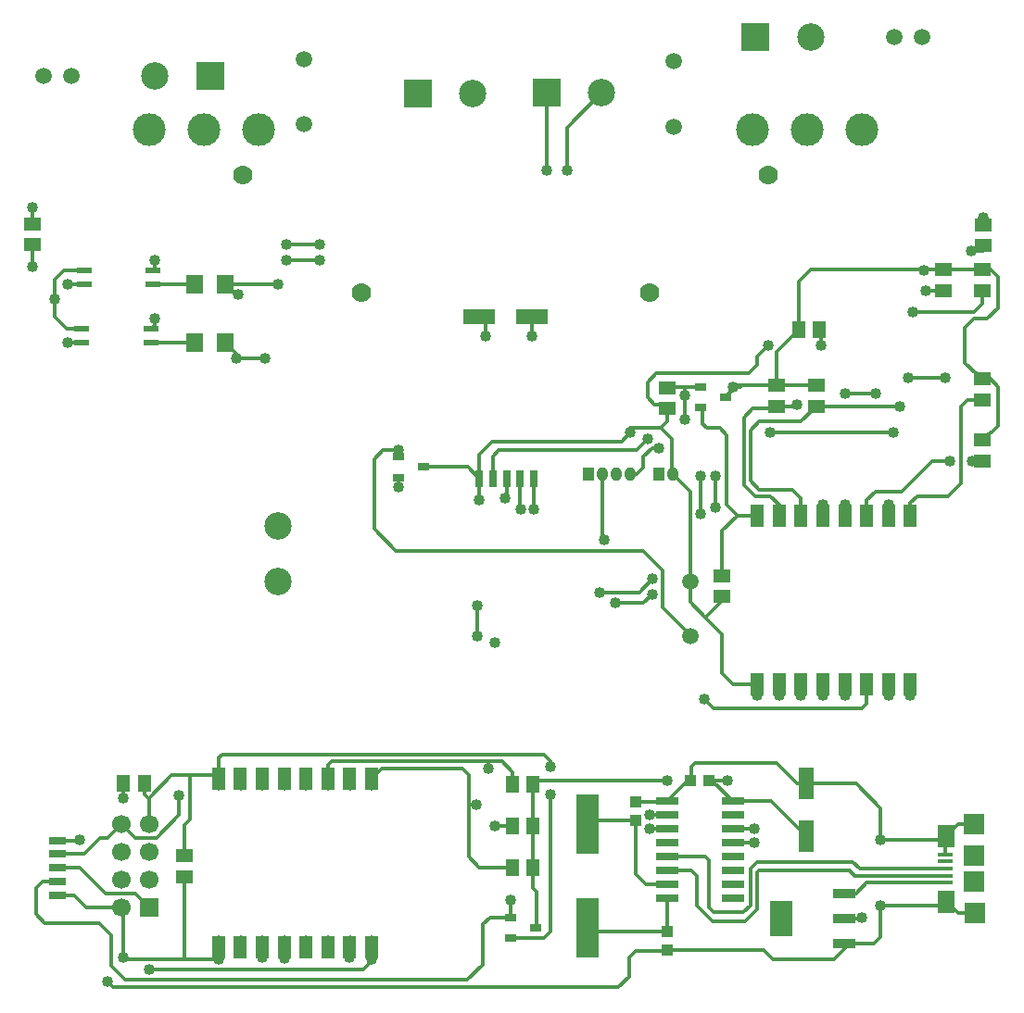
<source format=gtl>
G04 DipTrace 2.4.0.2*
%INTop.gtl*%
%MOMM*%
%ADD14C,0.33*%
%ADD19R,1.3X2.0*%
%ADD20R,2.5X2.5*%
%ADD21C,2.5*%
%ADD22C,1.5*%
%ADD23C,3.0*%
%ADD25R,1.05X0.65*%
%ADD27R,1.4X0.6*%
%ADD28R,1.5X1.3*%
%ADD29R,0.8X1.6*%
%ADD31R,2.85X1.4*%
%ADD32C,1.778*%
%ADD33C,1.778*%
%ADD34R,1.6X1.8*%
%ADD35R,1.0X1.3*%
%ADD36O,1.0X1.3*%
%ADD37R,1.3X1.5*%
%ADD38R,2.0X0.8*%
%ADD40R,1.35X0.4*%
%ADD41R,1.6X2.1*%
%ADD42R,1.9X1.9*%
%ADD43R,2.15X0.95*%
%ADD44R,2.15X3.25*%
%ADD45R,1.4X2.85*%
%ADD46R,1.1X1.0*%
%ADD47R,2.0X5.5*%
%ADD48R,1.0X1.1*%
%ADD49R,1.6X0.8*%
%ADD50R,1.7X1.7*%
%ADD51C,1.7*%
%ADD52C,1.016*%
%FSLAX53Y53*%
G04*
G71*
G90*
G75*
G01*
%LNTop*%
%LPD*%
X54200Y70440D2*
D14*
Y71640D1*
X53600Y72240D1*
X46200Y59440D2*
Y60040D1*
X72900Y43040D2*
Y43140D1*
X70400Y45640D1*
Y49040D1*
X68600Y50840D1*
X46000D1*
X44000Y52840D1*
Y59240D1*
X44800Y60040D1*
X46200D1*
X84400Y65940D2*
X80800D1*
X77500D1*
X77150D1*
X76100Y64890D1*
X80800Y65940D2*
Y69040D1*
X82800Y71040D1*
X96000Y76540D2*
X94259D1*
X83900D1*
X82800Y75440D1*
Y71040D1*
X96000Y76540D2*
X99600D1*
Y66540D2*
X100300D1*
X101000Y65840D1*
Y62240D1*
X100400Y61640D1*
X100300D1*
X99600Y60940D1*
Y76540D2*
X100300D1*
X101000Y75840D1*
Y73040D1*
X100000Y72040D1*
X98800D1*
X98000Y71240D1*
Y68040D1*
X99000Y67040D1*
X99100D1*
X99600Y66540D1*
X76800Y65840D2*
X77500D1*
Y65940D1*
X94259Y76514D2*
Y76540D1*
X74576Y29837D2*
X74860D1*
X76765Y27932D1*
X80291D1*
X83467Y24756D1*
X86960Y17213D2*
X88466D1*
X88547Y17294D1*
X74576Y29837D2*
X76322D1*
X58540Y29519D2*
Y25709D1*
Y21899D2*
Y19993D1*
X58858Y19676D1*
Y16426D1*
X58776Y16344D1*
X70765Y29837D2*
X58858D1*
X58540Y29519D1*
Y25709D2*
Y21899D1*
X72900Y48040D2*
Y46140D1*
X74293Y44747D1*
X75800Y43240D1*
Y39640D1*
X76800Y38640D1*
X79000D1*
X72900Y48040D2*
Y56210D1*
X71270Y57840D1*
X48500Y58490D2*
X52550D1*
X53600Y57440D1*
X58400Y70440D2*
Y72236D1*
X58404Y72240D1*
X67400Y61640D2*
Y62040D1*
X70200D1*
X71200Y61040D1*
Y57910D1*
X71270Y57840D1*
X53600Y57440D2*
Y59640D1*
X54800Y60840D1*
X66600D1*
X67400Y61640D1*
X70800Y63840D2*
Y62640D1*
X70200Y62040D1*
X79000Y37640D2*
Y38640D1*
X84800Y69640D2*
Y70940D1*
X84700Y71040D1*
X80000Y69640D2*
X79000Y68640D1*
Y67840D1*
X78200Y67040D1*
X69800D1*
X69000Y66240D1*
Y64840D1*
X69600Y64240D1*
X70400D1*
X70800Y63840D1*
X53600Y57440D2*
Y55440D1*
X53400Y43040D2*
Y45840D1*
X17500Y76510D2*
X15670D1*
X14800Y75640D1*
Y73840D1*
Y72240D1*
X15930Y71110D1*
X17300D1*
X14800Y73840D2*
D3*
X83467Y29560D2*
X82632D1*
X80768Y31425D1*
X73306D1*
X72988Y31107D1*
Y29949D1*
X72876Y29837D1*
X72671D1*
X70765Y27932D1*
X67907Y27885D2*
X70719D1*
X70765Y27932D1*
X29803Y13484D2*
Y14567D1*
X29775Y14596D1*
X96168Y23070D2*
Y24644D1*
X96291Y24767D1*
X98843Y25830D2*
X97354D1*
X96291Y24767D1*
X90294Y18406D2*
X95924D1*
X96291Y18773D1*
X90294Y24439D2*
X95963D1*
X96291Y24767D1*
X70765Y14324D2*
X79610D1*
X80450Y13484D1*
X86007D1*
X87436Y14913D1*
X86960D1*
X90294Y18406D2*
Y15548D1*
X89659Y14913D1*
X86960D1*
X98868Y17710D2*
X97354D1*
X96291Y18773D1*
X83467Y29560D2*
X88030D1*
X90294Y27297D1*
Y24439D1*
X29803Y13484D2*
X26700D1*
X21230D1*
X21071Y13643D1*
X19642Y11420D2*
X20119Y10944D1*
X66320D1*
X67272Y11896D1*
Y13643D1*
X67907Y14278D1*
X70719D1*
X70765Y14324D1*
X29800Y15140D2*
Y14621D1*
X15038Y19358D2*
X16626D1*
X17737Y18247D1*
X20913D1*
X21071Y13643D2*
Y18089D1*
X20913Y18247D1*
X75800Y46640D2*
Y46254D1*
X74293Y44747D1*
X26700Y21040D2*
Y13484D1*
X21100Y29540D2*
Y28240D1*
X93000Y37640D2*
Y38640D1*
X56100Y57440D2*
Y55740D1*
X56000Y55640D1*
X75200Y54840D2*
Y57640D1*
X92800Y66640D2*
X96200D1*
X73800Y65840D2*
X72400D1*
X70900D1*
X70800Y65740D1*
X54850Y57440D2*
Y59490D1*
X55400Y60040D1*
X68000D1*
X69000Y61040D1*
X72400Y65040D2*
Y65840D1*
Y62840D2*
Y65040D1*
X91000Y37640D2*
Y38640D1*
X57350Y57440D2*
Y54690D1*
X57400Y54640D1*
X93000Y54040D2*
Y55240D1*
X93600Y55840D1*
X96400D1*
X97600Y57040D1*
Y64040D1*
X98200Y64640D1*
X99600D1*
X98600Y59040D2*
X99600D1*
X89000Y54040D2*
Y55440D1*
X89800Y56240D1*
X92200D1*
X95000Y59040D1*
X96600D1*
X79000Y54040D2*
X77200D1*
X76200Y55040D1*
Y61440D1*
X75600Y62040D1*
X74400D1*
X74000Y62440D1*
Y63740D1*
X73800Y63940D1*
X75800Y48540D2*
Y52644D1*
X77198Y54042D1*
X12800Y78840D2*
Y76840D1*
X89000Y38640D2*
Y36840D1*
X88600Y36440D1*
X75000D1*
X74200Y37240D1*
X87000Y37640D2*
Y38640D1*
X98545Y78260D2*
X99656D1*
Y78736D1*
X24000Y72040D2*
Y71510D1*
X23600Y71110D1*
X24000Y77440D2*
Y76710D1*
X23800Y76510D1*
X30400Y75240D2*
X35200D1*
X39000Y78840D2*
X36000D1*
X31600Y74240D2*
X31400D1*
X30400Y75240D1*
X59800Y85640D2*
Y92696D1*
X59810Y92706D1*
X85000Y37640D2*
Y38640D1*
X96000Y74640D2*
X94400D1*
X58600Y57440D2*
Y54640D1*
X73800Y54240D2*
Y57640D1*
X83000Y37640D2*
Y38640D1*
X93200Y72640D2*
X98800D1*
X99600Y73440D1*
Y74640D1*
X12800Y80740D2*
Y82240D1*
X99656Y80636D2*
Y81276D1*
X39000Y77440D2*
X36000D1*
X31400Y68440D2*
Y68840D1*
X30400Y69840D1*
X34000Y68440D2*
X31400D1*
X61600Y85640D2*
Y89496D1*
X64810Y92706D1*
X23800Y75240D2*
X27600D1*
Y69840D2*
X23600D1*
X17500Y75240D2*
X16000D1*
X83000Y54040D2*
Y55640D1*
X82200Y56440D1*
X79200D1*
X78400Y57240D1*
Y61840D1*
X79200Y62640D1*
X83000D1*
X84400Y64040D1*
X64600Y47040D2*
X68200D1*
X69400Y48240D1*
X84400Y64040D2*
X92000D1*
X17300Y69840D2*
X16000D1*
X66000Y46040D2*
X68600D1*
X69400Y46840D1*
X81000Y54040D2*
Y55040D1*
X80200Y55840D1*
X78800D1*
X77800Y56840D1*
Y63040D1*
X78600Y63840D1*
X80600D1*
X80800Y64040D1*
X82400D1*
X82600Y64240D1*
X89800Y65240D2*
X87000D1*
X85000Y55040D2*
Y54040D1*
X87000Y55040D2*
Y54040D1*
X81000Y37640D2*
Y38640D1*
X64870Y57840D2*
Y51970D1*
X65000Y51840D1*
X91000Y55040D2*
Y54040D1*
X91400Y61640D2*
X80200D1*
X67410Y57840D2*
X68000D1*
X68600Y58440D1*
Y59440D1*
X69400Y60240D1*
X70000D1*
X46200Y57540D2*
Y56640D1*
X70765Y16024D2*
Y19042D1*
Y16024D2*
X63806D1*
X63462Y16368D1*
X67907Y26185D2*
X63780D1*
X63462Y25868D1*
X70765Y20312D2*
X68859D1*
X67907Y21264D1*
Y26185D1*
X86960Y19513D2*
X88067D1*
X89023Y20470D1*
X96168D1*
Y21120D2*
X87897D1*
X87436Y21581D1*
X79180D1*
X79021Y21422D1*
Y18088D1*
X77910Y16977D1*
X74893D1*
X73464Y18406D1*
Y21105D1*
X72988Y21581D1*
X70766D1*
X70765Y21582D1*
X96168Y21770D2*
X88359D1*
X87753Y22375D1*
X79021D1*
X78386Y21740D1*
Y18406D1*
X77751Y17771D1*
X75052D1*
X74576Y18247D1*
Y22534D1*
X74258Y22851D1*
X70766D1*
X70765Y22852D1*
X41700Y13640D2*
Y14521D1*
X41775Y14596D1*
X70765Y26662D2*
X69178D1*
X26200Y28440D2*
Y26710D1*
X24088Y24598D1*
X22182D1*
X20913Y25867D1*
X15038Y23108D2*
X17518D1*
X19007Y24598D1*
X19643D1*
X20913Y25867D1*
X41800Y15140D2*
Y14621D1*
X41775Y14596D1*
X43775Y13484D2*
Y14596D1*
X70765Y25392D2*
X69178D1*
X15038Y21858D2*
X17142D1*
X19484Y19517D1*
X22183D1*
X23453Y18247D1*
X43775Y13484D2*
Y13325D1*
X42981Y12531D1*
X23453D1*
X43800Y15140D2*
Y14621D1*
X43775Y14596D1*
X76765Y25392D2*
X78703D1*
X78704D1*
X56476Y18882D2*
Y17294D1*
X54571D1*
X53936Y16659D1*
Y13008D1*
X52507Y11579D1*
X21230D1*
X19960Y12849D1*
Y15707D1*
X18849Y16818D1*
X13927D1*
X13133Y17612D1*
Y19993D1*
X13748Y20608D1*
X15038D1*
X76765Y24122D2*
X78704Y24121D1*
X35800Y13540D2*
Y14571D1*
X35775Y14596D1*
X15038Y24358D2*
X17022D1*
X17102Y24439D1*
X35800Y15140D2*
Y14621D1*
X56476Y15394D2*
X59498D1*
X60128Y16024D1*
Y28567D1*
Y31107D2*
Y31583D1*
X59493Y32218D1*
X30121D1*
X29803Y31901D1*
Y30024D1*
X29775Y29996D1*
Y30313D1*
X27200D1*
X25517D1*
X23453Y28249D1*
Y28102D1*
Y25867D1*
X29800Y29440D2*
Y29971D1*
X26700Y22940D2*
Y25740D1*
X27200Y26240D1*
Y30313D1*
X23000Y29540D2*
Y28555D1*
X23453Y28102D1*
X43775Y29996D2*
X44728Y30948D1*
X52031D1*
X52666Y30313D1*
Y27614D1*
Y22851D1*
X53619Y21899D1*
X56640D1*
X53301Y27614D2*
X52666D1*
X43800Y29440D2*
Y29971D1*
X43775Y29996D1*
X56640Y25709D2*
X55047D1*
X33775Y14596D2*
Y13645D1*
X33773Y13643D1*
X33800Y15140D2*
Y14621D1*
X33775Y14596D1*
X39775Y29996D2*
Y31235D1*
X40123Y31583D1*
X54412D1*
X55682D1*
X56640Y30626D1*
Y29519D1*
X54412Y30948D2*
Y31583D1*
X39800Y29440D2*
Y29971D1*
X39775Y29996D1*
X33800Y29440D2*
Y29971D1*
X33775Y29996D1*
X35800Y29440D2*
Y29971D1*
X35775Y29996D1*
X31800Y29440D2*
Y29971D1*
X31775Y29996D1*
X41800Y29440D2*
Y29971D1*
X41775Y29996D1*
X37800Y29440D2*
Y29971D1*
X37775Y29996D1*
X31800Y15140D2*
Y14621D1*
X31775Y14596D1*
X37800Y15140D2*
Y14621D1*
X37775Y14596D1*
X39800Y15140D2*
Y14621D1*
X39775Y14596D1*
D52*
X19642Y11420D3*
X21071Y13643D3*
X70765Y29837D3*
X56476Y18882D3*
X60128Y28567D3*
Y31107D3*
X35800Y13540D3*
X41700Y13640D3*
X43775Y13484D3*
X29803D3*
X99656Y81276D3*
X94259Y76514D3*
X58400Y70440D3*
X67400Y61640D3*
X12800Y82240D3*
X74200Y37240D3*
X12800Y76840D3*
X16000Y75240D3*
Y69840D3*
X79000Y37640D3*
X81000D3*
X83000D3*
X85000D3*
X87000D3*
X91000D3*
X93000D3*
X46200Y60040D3*
X54200Y70440D3*
X35200Y75240D3*
X24000Y72040D3*
Y77440D3*
X85000Y55040D3*
X87000D3*
X96600Y59040D3*
X98600D3*
X91000Y55040D3*
X98545Y78260D3*
X93200Y72640D3*
X94400Y74640D3*
X91400Y61640D3*
X80200D3*
X70000Y60240D3*
X65000Y51840D3*
X82600Y64240D3*
X87000Y65240D3*
X69400Y46840D3*
X66000Y46040D3*
X64600Y47040D3*
X84800Y69640D3*
X80000D3*
X76800Y65840D3*
X58600Y54640D3*
X73800Y57640D3*
Y54240D3*
X57400Y54640D3*
X56000Y55640D3*
X46200Y56640D3*
X69000Y61040D3*
X72400Y65040D3*
Y62840D3*
X69400Y48240D3*
X92000Y64040D3*
X89800Y65240D3*
X75200Y54840D3*
Y57640D3*
X92800Y66640D3*
X96200D3*
X55000Y42440D3*
X59800Y85640D3*
X61600D3*
X36000Y78840D3*
Y77440D3*
X39000Y78840D3*
Y77440D3*
X31600Y74240D3*
X31400Y68440D3*
X34000D3*
X53600Y55440D3*
X14800Y73840D3*
X53400Y43040D3*
Y45840D3*
X90294Y24439D3*
Y18406D3*
X88547Y17294D3*
X76322Y29837D3*
X78704Y25392D3*
Y24121D3*
X69178Y26662D3*
Y25392D3*
X55047Y25709D3*
X33773Y13643D3*
X53301Y27614D3*
X54412Y30948D3*
X26200Y28440D3*
X17102Y24439D3*
X23453Y12531D3*
X33800Y29440D3*
X35800D3*
X29800D3*
X31800D3*
X41800D3*
X43800D3*
X37800D3*
X39800D3*
X33800Y15140D3*
X35800D3*
X29800D3*
X31800D3*
X41800D3*
X43800D3*
X37800D3*
X39800D3*
X21100Y28240D3*
D19*
X93000Y54040D3*
X91000D3*
X89000D3*
X87000D3*
X85000D3*
X83000D3*
X81000D3*
X79000D3*
Y38640D3*
X81000D3*
X83000D3*
X85000D3*
X87000D3*
X89000D3*
X91000D3*
X93000D3*
D20*
X29012Y94294D3*
D21*
X23932D3*
D22*
X16312Y94243D3*
X13772Y94294D3*
D20*
X78860Y97786D3*
D21*
X83940D3*
D22*
X91560Y97837D3*
X94100Y97786D3*
D21*
X35200Y48040D3*
Y53090D3*
D22*
X72900Y43040D3*
Y48040D3*
D23*
X23456Y89373D3*
X28456D3*
X33456D3*
X78543D3*
X83543D3*
X88543D3*
D25*
X73800Y65840D3*
Y63940D3*
X76100Y64890D3*
D27*
X23800Y75240D3*
X17500D3*
X23800Y76510D3*
X17500D3*
D20*
X48000Y92640D3*
D21*
X53000D3*
D28*
X70800Y63840D3*
Y65740D3*
D29*
X53600Y57440D3*
X54850D3*
X56100D3*
X57350D3*
X58600D3*
D28*
X96000Y74640D3*
Y76540D3*
X99600Y74640D3*
Y76540D3*
Y64640D3*
Y66540D3*
D31*
X53600Y72240D3*
X58404D3*
D28*
X99600Y59040D3*
Y60940D3*
D20*
X59810Y92706D3*
D21*
X64810D3*
D28*
X12800Y78840D3*
Y80740D3*
X99656Y78736D3*
Y80636D3*
D22*
X37600Y89840D3*
Y95780D3*
X71400Y89640D3*
Y95580D3*
D32*
X42800Y74440D3*
D33*
X32024Y85216D3*
D32*
X69200Y74440D3*
D33*
X79976Y85216D3*
D27*
X23600Y69840D3*
X17300D3*
X23600Y71110D3*
X17300D3*
D34*
X30400Y69840D3*
X27600D3*
D35*
X63600Y57840D3*
D36*
X64870D3*
X66140D3*
X67410D3*
D28*
X84400Y64040D3*
Y65940D3*
X80800Y64040D3*
Y65940D3*
D34*
X30400Y75240D3*
X27600D3*
D25*
X46200Y59440D3*
Y57540D3*
X48500Y58490D3*
D37*
X82800Y71040D3*
X84700D3*
D35*
X70000Y57840D3*
D36*
X71270D3*
D38*
X70765Y27932D3*
Y26662D3*
Y25392D3*
Y24122D3*
Y22852D3*
Y21582D3*
Y20312D3*
Y19042D3*
X76765D3*
Y20312D3*
Y21582D3*
Y22852D3*
Y24122D3*
Y25392D3*
Y26662D3*
Y27932D3*
D40*
X96168Y20470D3*
Y21120D3*
Y21770D3*
Y22420D3*
Y23070D3*
D41*
X96291Y18773D3*
Y24767D3*
D42*
X98868Y17710D3*
X98843Y25830D3*
Y20570D3*
Y22970D3*
D43*
X86960Y14913D3*
Y17213D3*
Y19513D3*
D44*
X81159Y17213D3*
D45*
X83467Y24756D3*
Y29560D3*
D46*
X74576Y29837D3*
X72876D3*
D47*
X63462Y25868D3*
Y16368D3*
D48*
X67907Y26185D3*
Y27885D3*
X70765Y16024D3*
Y14324D3*
D49*
X15038Y19358D3*
Y20608D3*
Y21858D3*
Y23108D3*
Y24358D3*
D50*
X23453Y18247D3*
D51*
X20913D3*
X23453Y20787D3*
X20913D3*
X23453Y23327D3*
X20913D3*
X23453Y25867D3*
X20913D3*
D25*
X56476Y17294D3*
Y15394D3*
X58776Y16344D3*
D28*
X75800Y48540D3*
Y46640D3*
D37*
X58540Y21899D3*
X56640D3*
X58540Y25709D3*
X56640D3*
X58540Y29519D3*
X56640D3*
D19*
X43775Y29996D3*
X41775D3*
X39775D3*
X37775D3*
X35775D3*
X33775D3*
X31775D3*
X29775D3*
Y14596D3*
X31775D3*
X33775D3*
X35775D3*
X37775D3*
X39775D3*
X41775D3*
X43775D3*
D28*
X26700Y22940D3*
Y21040D3*
D37*
X23000Y29540D3*
X21100D3*
M02*

</source>
